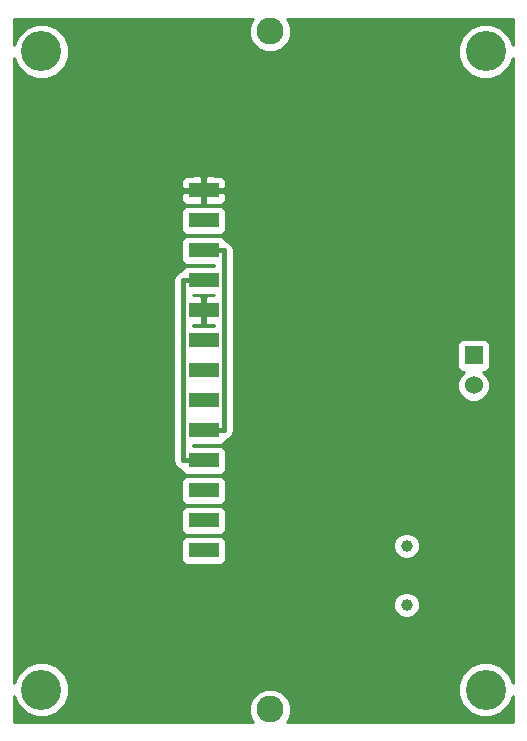
<source format=gbl>
G04 (created by PCBNEW-RS274X (2011-07-19)-testing) date Thu 29 Dec 2011 06:25:09 PM PST*
G01*
G70*
G90*
%MOIN*%
G04 Gerber Fmt 3.4, Leading zero omitted, Abs format*
%FSLAX34Y34*%
G04 APERTURE LIST*
%ADD10C,0.006000*%
%ADD11C,0.133900*%
%ADD12R,0.100000X0.050000*%
%ADD13C,0.090000*%
%ADD14C,0.039000*%
%ADD15R,0.060000X0.060000*%
%ADD16C,0.060000*%
%ADD17C,0.015000*%
%ADD18C,0.010000*%
G04 APERTURE END LIST*
G54D10*
G54D11*
X40621Y-40788D03*
X40621Y-62066D03*
X55442Y-40788D03*
X55442Y-62066D03*
G54D12*
X46031Y-45427D03*
X46031Y-46427D03*
X46031Y-47427D03*
X46031Y-48427D03*
X46031Y-49427D03*
X46031Y-50427D03*
X46031Y-51427D03*
X46031Y-52427D03*
X46031Y-53427D03*
X46031Y-54427D03*
X46031Y-55427D03*
X46031Y-56427D03*
X46031Y-57427D03*
G54D13*
X48251Y-40127D03*
X48251Y-62727D03*
G54D14*
X52800Y-59240D03*
X52800Y-57272D03*
G54D15*
X55031Y-50927D03*
G54D16*
X55031Y-51927D03*
G54D17*
X45353Y-54427D02*
X45353Y-48427D01*
X46031Y-54427D02*
X45353Y-54427D01*
X46031Y-48427D02*
X45353Y-48427D01*
X46709Y-53427D02*
X46709Y-47427D01*
X46031Y-53427D02*
X46709Y-53427D01*
X46031Y-47427D02*
X46709Y-47427D01*
G54D10*
G36*
X46384Y-49928D02*
X45678Y-49928D01*
X45678Y-49926D01*
X45919Y-49927D01*
X45981Y-49865D01*
X45981Y-49527D01*
X45981Y-49477D01*
X45981Y-49377D01*
X45981Y-49327D01*
X45981Y-48989D01*
X45919Y-48927D01*
X45678Y-48927D01*
X45678Y-48926D01*
X46384Y-48926D01*
X46384Y-48927D01*
X46143Y-48927D01*
X46081Y-48989D01*
X46081Y-49327D01*
X46081Y-49377D01*
X46081Y-49477D01*
X46081Y-49527D01*
X46081Y-49865D01*
X46143Y-49927D01*
X46384Y-49926D01*
X46384Y-49928D01*
X46384Y-49928D01*
G37*
G54D18*
X46384Y-49928D02*
X45678Y-49928D01*
X45678Y-49926D01*
X45919Y-49927D01*
X45981Y-49865D01*
X45981Y-49527D01*
X45981Y-49477D01*
X45981Y-49377D01*
X45981Y-49327D01*
X45981Y-48989D01*
X45919Y-48927D01*
X45678Y-48927D01*
X45678Y-48926D01*
X46384Y-48926D01*
X46384Y-48927D01*
X46143Y-48927D01*
X46081Y-48989D01*
X46081Y-49327D01*
X46081Y-49377D01*
X46081Y-49477D01*
X46081Y-49527D01*
X46081Y-49865D01*
X46143Y-49927D01*
X46384Y-49926D01*
X46384Y-49928D01*
G54D10*
G36*
X56348Y-63139D02*
X53244Y-63139D01*
X53244Y-59329D01*
X53244Y-59152D01*
X53244Y-57361D01*
X53244Y-57184D01*
X53177Y-57021D01*
X53052Y-56896D01*
X52889Y-56828D01*
X52712Y-56828D01*
X52549Y-56895D01*
X52424Y-57020D01*
X52356Y-57183D01*
X52356Y-57360D01*
X52423Y-57523D01*
X52548Y-57648D01*
X52711Y-57716D01*
X52888Y-57716D01*
X53051Y-57649D01*
X53176Y-57524D01*
X53244Y-57361D01*
X53244Y-59152D01*
X53177Y-58989D01*
X53052Y-58864D01*
X52889Y-58796D01*
X52712Y-58796D01*
X52549Y-58863D01*
X52424Y-58988D01*
X52356Y-59151D01*
X52356Y-59328D01*
X52423Y-59491D01*
X52548Y-59616D01*
X52711Y-59684D01*
X52888Y-59684D01*
X53051Y-59617D01*
X53176Y-59492D01*
X53244Y-59329D01*
X53244Y-63139D01*
X48827Y-63139D01*
X48843Y-63124D01*
X48950Y-62867D01*
X48950Y-62589D01*
X48844Y-62332D01*
X48648Y-62135D01*
X48391Y-62028D01*
X48113Y-62028D01*
X47856Y-62134D01*
X47659Y-62330D01*
X47552Y-62587D01*
X47552Y-62865D01*
X47658Y-63122D01*
X47674Y-63139D01*
X47034Y-63139D01*
X47034Y-53427D01*
X47034Y-47427D01*
X47009Y-47303D01*
X46939Y-47197D01*
X46833Y-47127D01*
X46781Y-47116D01*
X46781Y-45539D01*
X46781Y-45315D01*
X46780Y-45226D01*
X46780Y-45127D01*
X46742Y-45036D01*
X46672Y-44966D01*
X46580Y-44928D01*
X46143Y-44927D01*
X46081Y-44989D01*
X46081Y-45377D01*
X46719Y-45377D01*
X46781Y-45315D01*
X46781Y-45539D01*
X46719Y-45477D01*
X46081Y-45477D01*
X46081Y-45865D01*
X46143Y-45927D01*
X46580Y-45926D01*
X46672Y-45888D01*
X46742Y-45818D01*
X46780Y-45727D01*
X46780Y-45628D01*
X46781Y-45539D01*
X46781Y-47116D01*
X46780Y-47116D01*
X46780Y-46727D01*
X46780Y-46628D01*
X46780Y-46128D01*
X46742Y-46036D01*
X46672Y-45966D01*
X46581Y-45928D01*
X46482Y-45928D01*
X45981Y-45928D01*
X45981Y-45865D01*
X45981Y-45477D01*
X45981Y-45377D01*
X45981Y-44989D01*
X45919Y-44927D01*
X45482Y-44928D01*
X45390Y-44966D01*
X45320Y-45036D01*
X45282Y-45127D01*
X45282Y-45226D01*
X45281Y-45315D01*
X45343Y-45377D01*
X45981Y-45377D01*
X45981Y-45477D01*
X45343Y-45477D01*
X45281Y-45539D01*
X45282Y-45628D01*
X45282Y-45727D01*
X45320Y-45818D01*
X45390Y-45888D01*
X45482Y-45926D01*
X45919Y-45927D01*
X45981Y-45865D01*
X45981Y-45928D01*
X45482Y-45928D01*
X45390Y-45966D01*
X45320Y-46036D01*
X45282Y-46127D01*
X45282Y-46226D01*
X45282Y-46726D01*
X45320Y-46818D01*
X45390Y-46888D01*
X45481Y-46926D01*
X45580Y-46926D01*
X46580Y-46926D01*
X46672Y-46888D01*
X46742Y-46818D01*
X46780Y-46727D01*
X46780Y-47116D01*
X46774Y-47115D01*
X46742Y-47036D01*
X46672Y-46966D01*
X46581Y-46928D01*
X46482Y-46928D01*
X45482Y-46928D01*
X45390Y-46966D01*
X45320Y-47036D01*
X45282Y-47127D01*
X45282Y-47226D01*
X45282Y-47726D01*
X45320Y-47818D01*
X45390Y-47888D01*
X45481Y-47926D01*
X45580Y-47926D01*
X46384Y-47926D01*
X46384Y-47928D01*
X45482Y-47928D01*
X45390Y-47966D01*
X45320Y-48036D01*
X45286Y-48115D01*
X45229Y-48127D01*
X45123Y-48197D01*
X45053Y-48303D01*
X45028Y-48427D01*
X45028Y-54427D01*
X45053Y-54551D01*
X45123Y-54657D01*
X45229Y-54727D01*
X45287Y-54738D01*
X45320Y-54818D01*
X45390Y-54888D01*
X45481Y-54926D01*
X45580Y-54926D01*
X46580Y-54926D01*
X46672Y-54888D01*
X46742Y-54818D01*
X46780Y-54727D01*
X46780Y-54628D01*
X46780Y-54128D01*
X46742Y-54036D01*
X46672Y-53966D01*
X46581Y-53928D01*
X46482Y-53928D01*
X45678Y-53928D01*
X45678Y-53926D01*
X46580Y-53926D01*
X46672Y-53888D01*
X46742Y-53818D01*
X46775Y-53738D01*
X46833Y-53727D01*
X46939Y-53657D01*
X47009Y-53551D01*
X47034Y-53427D01*
X47034Y-63139D01*
X46780Y-63139D01*
X46780Y-57727D01*
X46780Y-57628D01*
X46780Y-57128D01*
X46780Y-56727D01*
X46780Y-56628D01*
X46780Y-56128D01*
X46780Y-55727D01*
X46780Y-55628D01*
X46780Y-55128D01*
X46742Y-55036D01*
X46672Y-54966D01*
X46581Y-54928D01*
X46482Y-54928D01*
X45482Y-54928D01*
X45390Y-54966D01*
X45320Y-55036D01*
X45282Y-55127D01*
X45282Y-55226D01*
X45282Y-55726D01*
X45320Y-55818D01*
X45390Y-55888D01*
X45481Y-55926D01*
X45580Y-55926D01*
X46580Y-55926D01*
X46672Y-55888D01*
X46742Y-55818D01*
X46780Y-55727D01*
X46780Y-56128D01*
X46742Y-56036D01*
X46672Y-55966D01*
X46581Y-55928D01*
X46482Y-55928D01*
X45482Y-55928D01*
X45390Y-55966D01*
X45320Y-56036D01*
X45282Y-56127D01*
X45282Y-56226D01*
X45282Y-56726D01*
X45320Y-56818D01*
X45390Y-56888D01*
X45481Y-56926D01*
X45580Y-56926D01*
X46580Y-56926D01*
X46672Y-56888D01*
X46742Y-56818D01*
X46780Y-56727D01*
X46780Y-57128D01*
X46742Y-57036D01*
X46672Y-56966D01*
X46581Y-56928D01*
X46482Y-56928D01*
X45482Y-56928D01*
X45390Y-56966D01*
X45320Y-57036D01*
X45282Y-57127D01*
X45282Y-57226D01*
X45282Y-57726D01*
X45320Y-57818D01*
X45390Y-57888D01*
X45481Y-57926D01*
X45580Y-57926D01*
X46580Y-57926D01*
X46672Y-57888D01*
X46742Y-57818D01*
X46780Y-57727D01*
X46780Y-63139D01*
X39715Y-63139D01*
X39715Y-62279D01*
X39842Y-62586D01*
X40100Y-62845D01*
X40437Y-62985D01*
X40803Y-62985D01*
X41141Y-62845D01*
X41400Y-62587D01*
X41540Y-62250D01*
X41540Y-61884D01*
X41400Y-61546D01*
X41142Y-61287D01*
X40805Y-61147D01*
X40439Y-61147D01*
X40101Y-61287D01*
X39842Y-61545D01*
X39715Y-61850D01*
X39715Y-41001D01*
X39842Y-41308D01*
X40100Y-41567D01*
X40437Y-41707D01*
X40803Y-41707D01*
X41141Y-41567D01*
X41400Y-41309D01*
X41540Y-40972D01*
X41540Y-40606D01*
X41400Y-40268D01*
X41142Y-40009D01*
X40805Y-39869D01*
X40439Y-39869D01*
X40101Y-40009D01*
X39842Y-40267D01*
X39715Y-40572D01*
X39715Y-39715D01*
X47674Y-39715D01*
X47659Y-39730D01*
X47552Y-39987D01*
X47552Y-40265D01*
X47658Y-40522D01*
X47854Y-40719D01*
X48111Y-40826D01*
X48389Y-40826D01*
X48646Y-40720D01*
X48843Y-40524D01*
X48950Y-40267D01*
X48950Y-39989D01*
X48844Y-39732D01*
X48827Y-39715D01*
X56348Y-39715D01*
X56348Y-40574D01*
X56221Y-40268D01*
X55963Y-40009D01*
X55626Y-39869D01*
X55260Y-39869D01*
X54922Y-40009D01*
X54663Y-40267D01*
X54523Y-40604D01*
X54523Y-40970D01*
X54663Y-41308D01*
X54921Y-41567D01*
X55258Y-41707D01*
X55624Y-41707D01*
X55962Y-41567D01*
X56221Y-41309D01*
X56348Y-41003D01*
X56348Y-61852D01*
X56221Y-61546D01*
X55963Y-61287D01*
X55626Y-61147D01*
X55580Y-61147D01*
X55580Y-52036D01*
X55580Y-51818D01*
X55496Y-51616D01*
X55356Y-51476D01*
X55380Y-51476D01*
X55472Y-51438D01*
X55542Y-51368D01*
X55580Y-51277D01*
X55580Y-51178D01*
X55580Y-50578D01*
X55542Y-50486D01*
X55472Y-50416D01*
X55381Y-50378D01*
X55282Y-50378D01*
X54682Y-50378D01*
X54590Y-50416D01*
X54520Y-50486D01*
X54482Y-50577D01*
X54482Y-50676D01*
X54482Y-51276D01*
X54520Y-51368D01*
X54590Y-51438D01*
X54681Y-51476D01*
X54706Y-51476D01*
X54566Y-51616D01*
X54482Y-51818D01*
X54482Y-52036D01*
X54566Y-52238D01*
X54720Y-52392D01*
X54922Y-52476D01*
X55140Y-52476D01*
X55342Y-52392D01*
X55496Y-52238D01*
X55580Y-52036D01*
X55580Y-61147D01*
X55260Y-61147D01*
X54922Y-61287D01*
X54663Y-61545D01*
X54523Y-61882D01*
X54523Y-62248D01*
X54663Y-62586D01*
X54921Y-62845D01*
X55258Y-62985D01*
X55624Y-62985D01*
X55962Y-62845D01*
X56221Y-62587D01*
X56348Y-62281D01*
X56348Y-63139D01*
X56348Y-63139D01*
G37*
G54D18*
X56348Y-63139D02*
X53244Y-63139D01*
X53244Y-59329D01*
X53244Y-59152D01*
X53244Y-57361D01*
X53244Y-57184D01*
X53177Y-57021D01*
X53052Y-56896D01*
X52889Y-56828D01*
X52712Y-56828D01*
X52549Y-56895D01*
X52424Y-57020D01*
X52356Y-57183D01*
X52356Y-57360D01*
X52423Y-57523D01*
X52548Y-57648D01*
X52711Y-57716D01*
X52888Y-57716D01*
X53051Y-57649D01*
X53176Y-57524D01*
X53244Y-57361D01*
X53244Y-59152D01*
X53177Y-58989D01*
X53052Y-58864D01*
X52889Y-58796D01*
X52712Y-58796D01*
X52549Y-58863D01*
X52424Y-58988D01*
X52356Y-59151D01*
X52356Y-59328D01*
X52423Y-59491D01*
X52548Y-59616D01*
X52711Y-59684D01*
X52888Y-59684D01*
X53051Y-59617D01*
X53176Y-59492D01*
X53244Y-59329D01*
X53244Y-63139D01*
X48827Y-63139D01*
X48843Y-63124D01*
X48950Y-62867D01*
X48950Y-62589D01*
X48844Y-62332D01*
X48648Y-62135D01*
X48391Y-62028D01*
X48113Y-62028D01*
X47856Y-62134D01*
X47659Y-62330D01*
X47552Y-62587D01*
X47552Y-62865D01*
X47658Y-63122D01*
X47674Y-63139D01*
X47034Y-63139D01*
X47034Y-53427D01*
X47034Y-47427D01*
X47009Y-47303D01*
X46939Y-47197D01*
X46833Y-47127D01*
X46781Y-47116D01*
X46781Y-45539D01*
X46781Y-45315D01*
X46780Y-45226D01*
X46780Y-45127D01*
X46742Y-45036D01*
X46672Y-44966D01*
X46580Y-44928D01*
X46143Y-44927D01*
X46081Y-44989D01*
X46081Y-45377D01*
X46719Y-45377D01*
X46781Y-45315D01*
X46781Y-45539D01*
X46719Y-45477D01*
X46081Y-45477D01*
X46081Y-45865D01*
X46143Y-45927D01*
X46580Y-45926D01*
X46672Y-45888D01*
X46742Y-45818D01*
X46780Y-45727D01*
X46780Y-45628D01*
X46781Y-45539D01*
X46781Y-47116D01*
X46780Y-47116D01*
X46780Y-46727D01*
X46780Y-46628D01*
X46780Y-46128D01*
X46742Y-46036D01*
X46672Y-45966D01*
X46581Y-45928D01*
X46482Y-45928D01*
X45981Y-45928D01*
X45981Y-45865D01*
X45981Y-45477D01*
X45981Y-45377D01*
X45981Y-44989D01*
X45919Y-44927D01*
X45482Y-44928D01*
X45390Y-44966D01*
X45320Y-45036D01*
X45282Y-45127D01*
X45282Y-45226D01*
X45281Y-45315D01*
X45343Y-45377D01*
X45981Y-45377D01*
X45981Y-45477D01*
X45343Y-45477D01*
X45281Y-45539D01*
X45282Y-45628D01*
X45282Y-45727D01*
X45320Y-45818D01*
X45390Y-45888D01*
X45482Y-45926D01*
X45919Y-45927D01*
X45981Y-45865D01*
X45981Y-45928D01*
X45482Y-45928D01*
X45390Y-45966D01*
X45320Y-46036D01*
X45282Y-46127D01*
X45282Y-46226D01*
X45282Y-46726D01*
X45320Y-46818D01*
X45390Y-46888D01*
X45481Y-46926D01*
X45580Y-46926D01*
X46580Y-46926D01*
X46672Y-46888D01*
X46742Y-46818D01*
X46780Y-46727D01*
X46780Y-47116D01*
X46774Y-47115D01*
X46742Y-47036D01*
X46672Y-46966D01*
X46581Y-46928D01*
X46482Y-46928D01*
X45482Y-46928D01*
X45390Y-46966D01*
X45320Y-47036D01*
X45282Y-47127D01*
X45282Y-47226D01*
X45282Y-47726D01*
X45320Y-47818D01*
X45390Y-47888D01*
X45481Y-47926D01*
X45580Y-47926D01*
X46384Y-47926D01*
X46384Y-47928D01*
X45482Y-47928D01*
X45390Y-47966D01*
X45320Y-48036D01*
X45286Y-48115D01*
X45229Y-48127D01*
X45123Y-48197D01*
X45053Y-48303D01*
X45028Y-48427D01*
X45028Y-54427D01*
X45053Y-54551D01*
X45123Y-54657D01*
X45229Y-54727D01*
X45287Y-54738D01*
X45320Y-54818D01*
X45390Y-54888D01*
X45481Y-54926D01*
X45580Y-54926D01*
X46580Y-54926D01*
X46672Y-54888D01*
X46742Y-54818D01*
X46780Y-54727D01*
X46780Y-54628D01*
X46780Y-54128D01*
X46742Y-54036D01*
X46672Y-53966D01*
X46581Y-53928D01*
X46482Y-53928D01*
X45678Y-53928D01*
X45678Y-53926D01*
X46580Y-53926D01*
X46672Y-53888D01*
X46742Y-53818D01*
X46775Y-53738D01*
X46833Y-53727D01*
X46939Y-53657D01*
X47009Y-53551D01*
X47034Y-53427D01*
X47034Y-63139D01*
X46780Y-63139D01*
X46780Y-57727D01*
X46780Y-57628D01*
X46780Y-57128D01*
X46780Y-56727D01*
X46780Y-56628D01*
X46780Y-56128D01*
X46780Y-55727D01*
X46780Y-55628D01*
X46780Y-55128D01*
X46742Y-55036D01*
X46672Y-54966D01*
X46581Y-54928D01*
X46482Y-54928D01*
X45482Y-54928D01*
X45390Y-54966D01*
X45320Y-55036D01*
X45282Y-55127D01*
X45282Y-55226D01*
X45282Y-55726D01*
X45320Y-55818D01*
X45390Y-55888D01*
X45481Y-55926D01*
X45580Y-55926D01*
X46580Y-55926D01*
X46672Y-55888D01*
X46742Y-55818D01*
X46780Y-55727D01*
X46780Y-56128D01*
X46742Y-56036D01*
X46672Y-55966D01*
X46581Y-55928D01*
X46482Y-55928D01*
X45482Y-55928D01*
X45390Y-55966D01*
X45320Y-56036D01*
X45282Y-56127D01*
X45282Y-56226D01*
X45282Y-56726D01*
X45320Y-56818D01*
X45390Y-56888D01*
X45481Y-56926D01*
X45580Y-56926D01*
X46580Y-56926D01*
X46672Y-56888D01*
X46742Y-56818D01*
X46780Y-56727D01*
X46780Y-57128D01*
X46742Y-57036D01*
X46672Y-56966D01*
X46581Y-56928D01*
X46482Y-56928D01*
X45482Y-56928D01*
X45390Y-56966D01*
X45320Y-57036D01*
X45282Y-57127D01*
X45282Y-57226D01*
X45282Y-57726D01*
X45320Y-57818D01*
X45390Y-57888D01*
X45481Y-57926D01*
X45580Y-57926D01*
X46580Y-57926D01*
X46672Y-57888D01*
X46742Y-57818D01*
X46780Y-57727D01*
X46780Y-63139D01*
X39715Y-63139D01*
X39715Y-62279D01*
X39842Y-62586D01*
X40100Y-62845D01*
X40437Y-62985D01*
X40803Y-62985D01*
X41141Y-62845D01*
X41400Y-62587D01*
X41540Y-62250D01*
X41540Y-61884D01*
X41400Y-61546D01*
X41142Y-61287D01*
X40805Y-61147D01*
X40439Y-61147D01*
X40101Y-61287D01*
X39842Y-61545D01*
X39715Y-61850D01*
X39715Y-41001D01*
X39842Y-41308D01*
X40100Y-41567D01*
X40437Y-41707D01*
X40803Y-41707D01*
X41141Y-41567D01*
X41400Y-41309D01*
X41540Y-40972D01*
X41540Y-40606D01*
X41400Y-40268D01*
X41142Y-40009D01*
X40805Y-39869D01*
X40439Y-39869D01*
X40101Y-40009D01*
X39842Y-40267D01*
X39715Y-40572D01*
X39715Y-39715D01*
X47674Y-39715D01*
X47659Y-39730D01*
X47552Y-39987D01*
X47552Y-40265D01*
X47658Y-40522D01*
X47854Y-40719D01*
X48111Y-40826D01*
X48389Y-40826D01*
X48646Y-40720D01*
X48843Y-40524D01*
X48950Y-40267D01*
X48950Y-39989D01*
X48844Y-39732D01*
X48827Y-39715D01*
X56348Y-39715D01*
X56348Y-40574D01*
X56221Y-40268D01*
X55963Y-40009D01*
X55626Y-39869D01*
X55260Y-39869D01*
X54922Y-40009D01*
X54663Y-40267D01*
X54523Y-40604D01*
X54523Y-40970D01*
X54663Y-41308D01*
X54921Y-41567D01*
X55258Y-41707D01*
X55624Y-41707D01*
X55962Y-41567D01*
X56221Y-41309D01*
X56348Y-41003D01*
X56348Y-61852D01*
X56221Y-61546D01*
X55963Y-61287D01*
X55626Y-61147D01*
X55580Y-61147D01*
X55580Y-52036D01*
X55580Y-51818D01*
X55496Y-51616D01*
X55356Y-51476D01*
X55380Y-51476D01*
X55472Y-51438D01*
X55542Y-51368D01*
X55580Y-51277D01*
X55580Y-51178D01*
X55580Y-50578D01*
X55542Y-50486D01*
X55472Y-50416D01*
X55381Y-50378D01*
X55282Y-50378D01*
X54682Y-50378D01*
X54590Y-50416D01*
X54520Y-50486D01*
X54482Y-50577D01*
X54482Y-50676D01*
X54482Y-51276D01*
X54520Y-51368D01*
X54590Y-51438D01*
X54681Y-51476D01*
X54706Y-51476D01*
X54566Y-51616D01*
X54482Y-51818D01*
X54482Y-52036D01*
X54566Y-52238D01*
X54720Y-52392D01*
X54922Y-52476D01*
X55140Y-52476D01*
X55342Y-52392D01*
X55496Y-52238D01*
X55580Y-52036D01*
X55580Y-61147D01*
X55260Y-61147D01*
X54922Y-61287D01*
X54663Y-61545D01*
X54523Y-61882D01*
X54523Y-62248D01*
X54663Y-62586D01*
X54921Y-62845D01*
X55258Y-62985D01*
X55624Y-62985D01*
X55962Y-62845D01*
X56221Y-62587D01*
X56348Y-62281D01*
X56348Y-63139D01*
M02*

</source>
